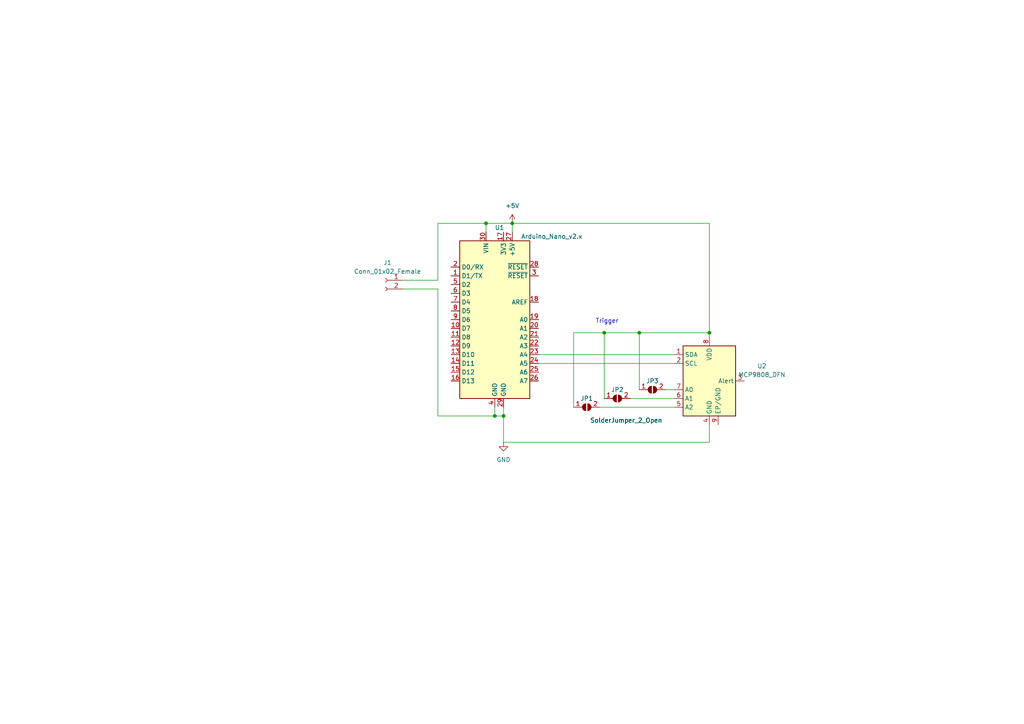
<source format=kicad_sch>
(kicad_sch (version 20211123) (generator eeschema)

  (uuid 3019c847-3ccf-490a-9dd6-694227c3fba5)

  (paper "A4")

  (lib_symbols
    (symbol "Connector:Conn_01x02_Female" (pin_names (offset 1.016) hide) (in_bom yes) (on_board yes)
      (property "Reference" "J" (id 0) (at 0 2.54 0)
        (effects (font (size 1.27 1.27)))
      )
      (property "Value" "Conn_01x02_Female" (id 1) (at 0 -5.08 0)
        (effects (font (size 1.27 1.27)))
      )
      (property "Footprint" "" (id 2) (at 0 0 0)
        (effects (font (size 1.27 1.27)) hide)
      )
      (property "Datasheet" "~" (id 3) (at 0 0 0)
        (effects (font (size 1.27 1.27)) hide)
      )
      (property "ki_keywords" "connector" (id 4) (at 0 0 0)
        (effects (font (size 1.27 1.27)) hide)
      )
      (property "ki_description" "Generic connector, single row, 01x02, script generated (kicad-library-utils/schlib/autogen/connector/)" (id 5) (at 0 0 0)
        (effects (font (size 1.27 1.27)) hide)
      )
      (property "ki_fp_filters" "Connector*:*_1x??_*" (id 6) (at 0 0 0)
        (effects (font (size 1.27 1.27)) hide)
      )
      (symbol "Conn_01x02_Female_1_1"
        (arc (start 0 -2.032) (mid -0.508 -2.54) (end 0 -3.048)
          (stroke (width 0.1524) (type default) (color 0 0 0 0))
          (fill (type none))
        )
        (polyline
          (pts
            (xy -1.27 -2.54)
            (xy -0.508 -2.54)
          )
          (stroke (width 0.1524) (type default) (color 0 0 0 0))
          (fill (type none))
        )
        (polyline
          (pts
            (xy -1.27 0)
            (xy -0.508 0)
          )
          (stroke (width 0.1524) (type default) (color 0 0 0 0))
          (fill (type none))
        )
        (arc (start 0 0.508) (mid -0.508 0) (end 0 -0.508)
          (stroke (width 0.1524) (type default) (color 0 0 0 0))
          (fill (type none))
        )
        (pin passive line (at -5.08 0 0) (length 3.81)
          (name "Pin_1" (effects (font (size 1.27 1.27))))
          (number "1" (effects (font (size 1.27 1.27))))
        )
        (pin passive line (at -5.08 -2.54 0) (length 3.81)
          (name "Pin_2" (effects (font (size 1.27 1.27))))
          (number "2" (effects (font (size 1.27 1.27))))
        )
      )
    )
    (symbol "Jumper:SolderJumper_2_Open" (pin_names (offset 0) hide) (in_bom yes) (on_board yes)
      (property "Reference" "JP" (id 0) (at 0 2.032 0)
        (effects (font (size 1.27 1.27)))
      )
      (property "Value" "SolderJumper_2_Open" (id 1) (at 0 -2.54 0)
        (effects (font (size 1.27 1.27)))
      )
      (property "Footprint" "" (id 2) (at 0 0 0)
        (effects (font (size 1.27 1.27)) hide)
      )
      (property "Datasheet" "~" (id 3) (at 0 0 0)
        (effects (font (size 1.27 1.27)) hide)
      )
      (property "ki_keywords" "solder jumper SPST" (id 4) (at 0 0 0)
        (effects (font (size 1.27 1.27)) hide)
      )
      (property "ki_description" "Solder Jumper, 2-pole, open" (id 5) (at 0 0 0)
        (effects (font (size 1.27 1.27)) hide)
      )
      (property "ki_fp_filters" "SolderJumper*Open*" (id 6) (at 0 0 0)
        (effects (font (size 1.27 1.27)) hide)
      )
      (symbol "SolderJumper_2_Open_0_1"
        (arc (start -0.254 1.016) (mid -1.27 0) (end -0.254 -1.016)
          (stroke (width 0) (type default) (color 0 0 0 0))
          (fill (type none))
        )
        (arc (start -0.254 1.016) (mid -1.27 0) (end -0.254 -1.016)
          (stroke (width 0) (type default) (color 0 0 0 0))
          (fill (type outline))
        )
        (polyline
          (pts
            (xy -0.254 1.016)
            (xy -0.254 -1.016)
          )
          (stroke (width 0) (type default) (color 0 0 0 0))
          (fill (type none))
        )
        (polyline
          (pts
            (xy 0.254 1.016)
            (xy 0.254 -1.016)
          )
          (stroke (width 0) (type default) (color 0 0 0 0))
          (fill (type none))
        )
        (arc (start 0.254 -1.016) (mid 1.27 0) (end 0.254 1.016)
          (stroke (width 0) (type default) (color 0 0 0 0))
          (fill (type none))
        )
        (arc (start 0.254 -1.016) (mid 1.27 0) (end 0.254 1.016)
          (stroke (width 0) (type default) (color 0 0 0 0))
          (fill (type outline))
        )
      )
      (symbol "SolderJumper_2_Open_1_1"
        (pin passive line (at -3.81 0 0) (length 2.54)
          (name "A" (effects (font (size 1.27 1.27))))
          (number "1" (effects (font (size 1.27 1.27))))
        )
        (pin passive line (at 3.81 0 180) (length 2.54)
          (name "B" (effects (font (size 1.27 1.27))))
          (number "2" (effects (font (size 1.27 1.27))))
        )
      )
    )
    (symbol "MCU_Module:Arduino_Nano_v2.x" (in_bom yes) (on_board yes)
      (property "Reference" "A" (id 0) (at -10.16 23.495 0)
        (effects (font (size 1.27 1.27)) (justify left bottom))
      )
      (property "Value" "Arduino_Nano_v2.x" (id 1) (at 5.08 -24.13 0)
        (effects (font (size 1.27 1.27)) (justify left top))
      )
      (property "Footprint" "Module:Arduino_Nano" (id 2) (at 0 0 0)
        (effects (font (size 1.27 1.27) italic) hide)
      )
      (property "Datasheet" "https://www.arduino.cc/en/uploads/Main/ArduinoNanoManual23.pdf" (id 3) (at 0 0 0)
        (effects (font (size 1.27 1.27)) hide)
      )
      (property "ki_keywords" "Arduino nano microcontroller module USB" (id 4) (at 0 0 0)
        (effects (font (size 1.27 1.27)) hide)
      )
      (property "ki_description" "Arduino Nano v2.x" (id 5) (at 0 0 0)
        (effects (font (size 1.27 1.27)) hide)
      )
      (property "ki_fp_filters" "Arduino*Nano*" (id 6) (at 0 0 0)
        (effects (font (size 1.27 1.27)) hide)
      )
      (symbol "Arduino_Nano_v2.x_0_1"
        (rectangle (start -10.16 22.86) (end 10.16 -22.86)
          (stroke (width 0.254) (type default) (color 0 0 0 0))
          (fill (type background))
        )
      )
      (symbol "Arduino_Nano_v2.x_1_1"
        (pin bidirectional line (at -12.7 12.7 0) (length 2.54)
          (name "D1/TX" (effects (font (size 1.27 1.27))))
          (number "1" (effects (font (size 1.27 1.27))))
        )
        (pin bidirectional line (at -12.7 -2.54 0) (length 2.54)
          (name "D7" (effects (font (size 1.27 1.27))))
          (number "10" (effects (font (size 1.27 1.27))))
        )
        (pin bidirectional line (at -12.7 -5.08 0) (length 2.54)
          (name "D8" (effects (font (size 1.27 1.27))))
          (number "11" (effects (font (size 1.27 1.27))))
        )
        (pin bidirectional line (at -12.7 -7.62 0) (length 2.54)
          (name "D9" (effects (font (size 1.27 1.27))))
          (number "12" (effects (font (size 1.27 1.27))))
        )
        (pin bidirectional line (at -12.7 -10.16 0) (length 2.54)
          (name "D10" (effects (font (size 1.27 1.27))))
          (number "13" (effects (font (size 1.27 1.27))))
        )
        (pin bidirectional line (at -12.7 -12.7 0) (length 2.54)
          (name "D11" (effects (font (size 1.27 1.27))))
          (number "14" (effects (font (size 1.27 1.27))))
        )
        (pin bidirectional line (at -12.7 -15.24 0) (length 2.54)
          (name "D12" (effects (font (size 1.27 1.27))))
          (number "15" (effects (font (size 1.27 1.27))))
        )
        (pin bidirectional line (at -12.7 -17.78 0) (length 2.54)
          (name "D13" (effects (font (size 1.27 1.27))))
          (number "16" (effects (font (size 1.27 1.27))))
        )
        (pin power_out line (at 2.54 25.4 270) (length 2.54)
          (name "3V3" (effects (font (size 1.27 1.27))))
          (number "17" (effects (font (size 1.27 1.27))))
        )
        (pin input line (at 12.7 5.08 180) (length 2.54)
          (name "AREF" (effects (font (size 1.27 1.27))))
          (number "18" (effects (font (size 1.27 1.27))))
        )
        (pin bidirectional line (at 12.7 0 180) (length 2.54)
          (name "A0" (effects (font (size 1.27 1.27))))
          (number "19" (effects (font (size 1.27 1.27))))
        )
        (pin bidirectional line (at -12.7 15.24 0) (length 2.54)
          (name "D0/RX" (effects (font (size 1.27 1.27))))
          (number "2" (effects (font (size 1.27 1.27))))
        )
        (pin bidirectional line (at 12.7 -2.54 180) (length 2.54)
          (name "A1" (effects (font (size 1.27 1.27))))
          (number "20" (effects (font (size 1.27 1.27))))
        )
        (pin bidirectional line (at 12.7 -5.08 180) (length 2.54)
          (name "A2" (effects (font (size 1.27 1.27))))
          (number "21" (effects (font (size 1.27 1.27))))
        )
        (pin bidirectional line (at 12.7 -7.62 180) (length 2.54)
          (name "A3" (effects (font (size 1.27 1.27))))
          (number "22" (effects (font (size 1.27 1.27))))
        )
        (pin bidirectional line (at 12.7 -10.16 180) (length 2.54)
          (name "A4" (effects (font (size 1.27 1.27))))
          (number "23" (effects (font (size 1.27 1.27))))
        )
        (pin bidirectional line (at 12.7 -12.7 180) (length 2.54)
          (name "A5" (effects (font (size 1.27 1.27))))
          (number "24" (effects (font (size 1.27 1.27))))
        )
        (pin bidirectional line (at 12.7 -15.24 180) (length 2.54)
          (name "A6" (effects (font (size 1.27 1.27))))
          (number "25" (effects (font (size 1.27 1.27))))
        )
        (pin bidirectional line (at 12.7 -17.78 180) (length 2.54)
          (name "A7" (effects (font (size 1.27 1.27))))
          (number "26" (effects (font (size 1.27 1.27))))
        )
        (pin power_out line (at 5.08 25.4 270) (length 2.54)
          (name "+5V" (effects (font (size 1.27 1.27))))
          (number "27" (effects (font (size 1.27 1.27))))
        )
        (pin input line (at 12.7 15.24 180) (length 2.54)
          (name "~{RESET}" (effects (font (size 1.27 1.27))))
          (number "28" (effects (font (size 1.27 1.27))))
        )
        (pin power_in line (at 2.54 -25.4 90) (length 2.54)
          (name "GND" (effects (font (size 1.27 1.27))))
          (number "29" (effects (font (size 1.27 1.27))))
        )
        (pin input line (at 12.7 12.7 180) (length 2.54)
          (name "~{RESET}" (effects (font (size 1.27 1.27))))
          (number "3" (effects (font (size 1.27 1.27))))
        )
        (pin power_in line (at -2.54 25.4 270) (length 2.54)
          (name "VIN" (effects (font (size 1.27 1.27))))
          (number "30" (effects (font (size 1.27 1.27))))
        )
        (pin power_in line (at 0 -25.4 90) (length 2.54)
          (name "GND" (effects (font (size 1.27 1.27))))
          (number "4" (effects (font (size 1.27 1.27))))
        )
        (pin bidirectional line (at -12.7 10.16 0) (length 2.54)
          (name "D2" (effects (font (size 1.27 1.27))))
          (number "5" (effects (font (size 1.27 1.27))))
        )
        (pin bidirectional line (at -12.7 7.62 0) (length 2.54)
          (name "D3" (effects (font (size 1.27 1.27))))
          (number "6" (effects (font (size 1.27 1.27))))
        )
        (pin bidirectional line (at -12.7 5.08 0) (length 2.54)
          (name "D4" (effects (font (size 1.27 1.27))))
          (number "7" (effects (font (size 1.27 1.27))))
        )
        (pin bidirectional line (at -12.7 2.54 0) (length 2.54)
          (name "D5" (effects (font (size 1.27 1.27))))
          (number "8" (effects (font (size 1.27 1.27))))
        )
        (pin bidirectional line (at -12.7 0 0) (length 2.54)
          (name "D6" (effects (font (size 1.27 1.27))))
          (number "9" (effects (font (size 1.27 1.27))))
        )
      )
    )
    (symbol "Sensor_Temperature:MCP9808_DFN" (in_bom yes) (on_board yes)
      (property "Reference" "U" (id 0) (at -6.35 11.43 0)
        (effects (font (size 1.27 1.27)))
      )
      (property "Value" "MCP9808_DFN" (id 1) (at 10.16 11.43 0)
        (effects (font (size 1.27 1.27)))
      )
      (property "Footprint" "Package_DFN_QFN:DFN-8-1EP_3x2mm_P0.5mm_EP1.7x1.4mm" (id 2) (at 0 0 0)
        (effects (font (size 1.27 1.27)) hide)
      )
      (property "Datasheet" "http://ww1.microchip.com/downloads/en/DeviceDoc/MCP9808-0.5C-Maximum-Accuracy-Digital-Temperature-Sensor-Data-Sheet-DS20005095B.pdf" (id 3) (at -6.35 11.43 0)
        (effects (font (size 1.27 1.27)) hide)
      )
      (property "ki_keywords" "temperature sensor I2C" (id 4) (at 0 0 0)
        (effects (font (size 1.27 1.27)) hide)
      )
      (property "ki_description" "+/-0.25C (+/-0.5C) Typical (Maximum), Digital Temperature Sensor, DFN-8" (id 5) (at 0 0 0)
        (effects (font (size 1.27 1.27)) hide)
      )
      (property "ki_fp_filters" "DFN*1EP*3x2mm*P0.5mm*" (id 6) (at 0 0 0)
        (effects (font (size 1.27 1.27)) hide)
      )
      (symbol "MCP9808_DFN_0_1"
        (rectangle (start -7.62 10.16) (end 7.62 -10.16)
          (stroke (width 0.254) (type default) (color 0 0 0 0))
          (fill (type background))
        )
      )
      (symbol "MCP9808_DFN_1_1"
        (pin bidirectional line (at -10.16 7.62 0) (length 2.54)
          (name "SDA" (effects (font (size 1.27 1.27))))
          (number "1" (effects (font (size 1.27 1.27))))
        )
        (pin input line (at -10.16 5.08 0) (length 2.54)
          (name "SCL" (effects (font (size 1.27 1.27))))
          (number "2" (effects (font (size 1.27 1.27))))
        )
        (pin output line (at 10.16 0 180) (length 2.54)
          (name "Alert" (effects (font (size 1.27 1.27))))
          (number "3" (effects (font (size 1.27 1.27))))
        )
        (pin power_in line (at 0 -12.7 90) (length 2.54)
          (name "GND" (effects (font (size 1.27 1.27))))
          (number "4" (effects (font (size 1.27 1.27))))
        )
        (pin input line (at -10.16 -7.62 0) (length 2.54)
          (name "A2" (effects (font (size 1.27 1.27))))
          (number "5" (effects (font (size 1.27 1.27))))
        )
        (pin input line (at -10.16 -5.08 0) (length 2.54)
          (name "A1" (effects (font (size 1.27 1.27))))
          (number "6" (effects (font (size 1.27 1.27))))
        )
        (pin input line (at -10.16 -2.54 0) (length 2.54)
          (name "A0" (effects (font (size 1.27 1.27))))
          (number "7" (effects (font (size 1.27 1.27))))
        )
        (pin power_in line (at 0 12.7 270) (length 2.54)
          (name "VDD" (effects (font (size 1.27 1.27))))
          (number "8" (effects (font (size 1.27 1.27))))
        )
        (pin power_in line (at 2.54 -12.7 90) (length 2.54)
          (name "EP/GND" (effects (font (size 1.27 1.27))))
          (number "9" (effects (font (size 1.27 1.27))))
        )
      )
    )
    (symbol "power:+5V" (power) (pin_names (offset 0)) (in_bom yes) (on_board yes)
      (property "Reference" "#PWR" (id 0) (at 0 -3.81 0)
        (effects (font (size 1.27 1.27)) hide)
      )
      (property "Value" "+5V" (id 1) (at 0 3.556 0)
        (effects (font (size 1.27 1.27)))
      )
      (property "Footprint" "" (id 2) (at 0 0 0)
        (effects (font (size 1.27 1.27)) hide)
      )
      (property "Datasheet" "" (id 3) (at 0 0 0)
        (effects (font (size 1.27 1.27)) hide)
      )
      (property "ki_keywords" "power-flag" (id 4) (at 0 0 0)
        (effects (font (size 1.27 1.27)) hide)
      )
      (property "ki_description" "Power symbol creates a global label with name \"+5V\"" (id 5) (at 0 0 0)
        (effects (font (size 1.27 1.27)) hide)
      )
      (symbol "+5V_0_1"
        (polyline
          (pts
            (xy -0.762 1.27)
            (xy 0 2.54)
          )
          (stroke (width 0) (type default) (color 0 0 0 0))
          (fill (type none))
        )
        (polyline
          (pts
            (xy 0 0)
            (xy 0 2.54)
          )
          (stroke (width 0) (type default) (color 0 0 0 0))
          (fill (type none))
        )
        (polyline
          (pts
            (xy 0 2.54)
            (xy 0.762 1.27)
          )
          (stroke (width 0) (type default) (color 0 0 0 0))
          (fill (type none))
        )
      )
      (symbol "+5V_1_1"
        (pin power_in line (at 0 0 90) (length 0) hide
          (name "+5V" (effects (font (size 1.27 1.27))))
          (number "1" (effects (font (size 1.27 1.27))))
        )
      )
    )
    (symbol "power:GND" (power) (pin_names (offset 0)) (in_bom yes) (on_board yes)
      (property "Reference" "#PWR" (id 0) (at 0 -6.35 0)
        (effects (font (size 1.27 1.27)) hide)
      )
      (property "Value" "GND" (id 1) (at 0 -3.81 0)
        (effects (font (size 1.27 1.27)))
      )
      (property "Footprint" "" (id 2) (at 0 0 0)
        (effects (font (size 1.27 1.27)) hide)
      )
      (property "Datasheet" "" (id 3) (at 0 0 0)
        (effects (font (size 1.27 1.27)) hide)
      )
      (property "ki_keywords" "power-flag" (id 4) (at 0 0 0)
        (effects (font (size 1.27 1.27)) hide)
      )
      (property "ki_description" "Power symbol creates a global label with name \"GND\" , ground" (id 5) (at 0 0 0)
        (effects (font (size 1.27 1.27)) hide)
      )
      (symbol "GND_0_1"
        (polyline
          (pts
            (xy 0 0)
            (xy 0 -1.27)
            (xy 1.27 -1.27)
            (xy 0 -2.54)
            (xy -1.27 -1.27)
            (xy 0 -1.27)
          )
          (stroke (width 0) (type default) (color 0 0 0 0))
          (fill (type none))
        )
      )
      (symbol "GND_1_1"
        (pin power_in line (at 0 0 270) (length 0) hide
          (name "GND" (effects (font (size 1.27 1.27))))
          (number "1" (effects (font (size 1.27 1.27))))
        )
      )
    )
  )

  (junction (at 146.05 120.65) (diameter 0) (color 0 0 0 0)
    (uuid 544c9ad7-a0b6-4f88-9dcd-908e3e2acf79)
  )
  (junction (at 185.42 96.52) (diameter 0) (color 0 0 0 0)
    (uuid 710f8ea9-6ea8-47d2-a735-801d6b6f2c1e)
  )
  (junction (at 205.74 96.52) (diameter 0) (color 0 0 0 0)
    (uuid 76db76de-12e8-4e99-ae11-5bd1eb7b8b1d)
  )
  (junction (at 140.97 64.77) (diameter 0) (color 0 0 0 0)
    (uuid 7d3a9372-4f99-452e-9767-51a31df66106)
  )
  (junction (at 143.51 120.65) (diameter 0) (color 0 0 0 0)
    (uuid 8aab4608-39e8-491a-83a8-7194f36094f1)
  )
  (junction (at 175.26 96.52) (diameter 0) (color 0 0 0 0)
    (uuid a59bd763-2144-4f0b-809d-d637e0dfcdc4)
  )
  (junction (at 148.59 64.77) (diameter 0) (color 0 0 0 0)
    (uuid e2349eb5-0f2d-4c2a-b154-1cfe1ab9cd91)
  )

  (wire (pts (xy 143.51 120.65) (xy 127 120.65))
    (stroke (width 0) (type default) (color 0 0 0 0))
    (uuid 00feb6b8-cc6e-4a61-b51e-26371c307bb7)
  )
  (wire (pts (xy 127 120.65) (xy 127 83.82))
    (stroke (width 0) (type default) (color 0 0 0 0))
    (uuid 02cc5012-9ed6-4cab-af5e-609dfc5e96bb)
  )
  (wire (pts (xy 166.37 96.52) (xy 175.26 96.52))
    (stroke (width 0) (type default) (color 0 0 0 0))
    (uuid 07077581-4613-4251-b8e2-eb818a969a8a)
  )
  (wire (pts (xy 156.21 102.87) (xy 195.58 102.87))
    (stroke (width 0) (type default) (color 0 0 0 0))
    (uuid 1e624c85-1e9d-4577-a218-3212aed0eda1)
  )
  (wire (pts (xy 146.05 118.11) (xy 146.05 120.65))
    (stroke (width 0) (type default) (color 0 0 0 0))
    (uuid 201a8082-80bc-49cb-a857-a9c917ee8418)
  )
  (wire (pts (xy 205.74 128.27) (xy 205.74 123.19))
    (stroke (width 0) (type default) (color 0 0 0 0))
    (uuid 3be2f64a-643b-4527-aaf5-307341a81097)
  )
  (wire (pts (xy 146.05 120.65) (xy 146.05 128.27))
    (stroke (width 0) (type default) (color 0 0 0 0))
    (uuid 5c9202d7-6a93-43b3-87c0-77347fd72885)
  )
  (wire (pts (xy 185.42 96.52) (xy 205.74 96.52))
    (stroke (width 0) (type default) (color 0 0 0 0))
    (uuid 71289227-281f-4c44-bb79-2b4ba669e71e)
  )
  (wire (pts (xy 175.26 96.52) (xy 185.42 96.52))
    (stroke (width 0) (type default) (color 0 0 0 0))
    (uuid 79ab6e16-661e-417e-b40d-0e1f11e6a610)
  )
  (wire (pts (xy 127 81.28) (xy 116.84 81.28))
    (stroke (width 0) (type default) (color 0 0 0 0))
    (uuid 82c0862b-b2b6-454b-9847-34bbc9fe705f)
  )
  (wire (pts (xy 148.59 67.31) (xy 148.59 64.77))
    (stroke (width 0) (type default) (color 0 0 0 0))
    (uuid 8328fdee-be6f-4244-bcf6-0a08fa3b4156)
  )
  (wire (pts (xy 185.42 96.52) (xy 185.42 113.03))
    (stroke (width 0) (type default) (color 0 0 0 0))
    (uuid 8580b24c-9645-4483-932a-b1ae05eda258)
  )
  (wire (pts (xy 205.74 96.52) (xy 205.74 97.79))
    (stroke (width 0) (type default) (color 0 0 0 0))
    (uuid 917af90a-cc50-46da-b231-04af48f69962)
  )
  (wire (pts (xy 182.88 115.57) (xy 195.58 115.57))
    (stroke (width 0) (type default) (color 0 0 0 0))
    (uuid 995d9280-8bd1-41fa-baa5-ed01a90e4087)
  )
  (wire (pts (xy 146.05 128.27) (xy 205.74 128.27))
    (stroke (width 0) (type default) (color 0 0 0 0))
    (uuid 9a68bf85-c16f-48ee-8e66-0d9ea8ea8b23)
  )
  (wire (pts (xy 205.74 64.77) (xy 205.74 96.52))
    (stroke (width 0) (type default) (color 0 0 0 0))
    (uuid 9f735f94-c12e-4d19-924f-16af0f881e41)
  )
  (wire (pts (xy 143.51 118.11) (xy 143.51 120.65))
    (stroke (width 0) (type default) (color 0 0 0 0))
    (uuid a08eae68-8956-4d26-be63-b13639cbd20d)
  )
  (wire (pts (xy 127 64.77) (xy 127 81.28))
    (stroke (width 0) (type default) (color 0 0 0 0))
    (uuid a583d9ea-1e5f-4cb4-b002-da1b08654949)
  )
  (wire (pts (xy 148.59 64.77) (xy 205.74 64.77))
    (stroke (width 0) (type default) (color 0 0 0 0))
    (uuid aa52a4ee-249d-4f84-a65a-9c1702b5bb75)
  )
  (wire (pts (xy 140.97 64.77) (xy 148.59 64.77))
    (stroke (width 0) (type default) (color 0 0 0 0))
    (uuid b3d78ca9-b568-4f88-a1bb-71c6dd3819fd)
  )
  (wire (pts (xy 193.04 113.03) (xy 195.58 113.03))
    (stroke (width 0) (type default) (color 0 0 0 0))
    (uuid b63626b4-1209-4bab-8cbe-43cc8eee7b91)
  )
  (wire (pts (xy 175.26 96.52) (xy 175.26 115.57))
    (stroke (width 0) (type default) (color 0 0 0 0))
    (uuid b718fcb1-8742-4b46-85e8-c35e05bc00ea)
  )
  (wire (pts (xy 127 83.82) (xy 116.84 83.82))
    (stroke (width 0) (type default) (color 0 0 0 0))
    (uuid bccfd778-4531-4b51-95bc-0683804a4a9d)
  )
  (wire (pts (xy 173.99 118.11) (xy 195.58 118.11))
    (stroke (width 0) (type default) (color 0 0 0 0))
    (uuid c47757f4-b8b2-49ba-9231-67723a751a02)
  )
  (wire (pts (xy 166.37 118.11) (xy 166.37 96.52))
    (stroke (width 0) (type default) (color 0 0 0 0))
    (uuid d7a44993-ce31-420b-82ba-7278835dcaa7)
  )
  (wire (pts (xy 143.51 120.65) (xy 146.05 120.65))
    (stroke (width 0) (type default) (color 0 0 0 0))
    (uuid e9597133-3d67-41f8-aabc-5b61d8d3c3c1)
  )
  (wire (pts (xy 140.97 67.31) (xy 140.97 64.77))
    (stroke (width 0) (type default) (color 0 0 0 0))
    (uuid ea6d3061-13c4-4746-914e-a9591b4c7d84)
  )
  (wire (pts (xy 156.21 105.41) (xy 195.58 105.41))
    (stroke (width 0) (type default) (color 0 0 0 0))
    (uuid fc70381a-63cd-4b0f-8fff-e19b4b679692)
  )
  (wire (pts (xy 140.97 64.77) (xy 127 64.77))
    (stroke (width 0) (type default) (color 0 0 0 0))
    (uuid fd5985b7-b4d3-44c3-8560-a22bb294dbad)
  )

  (text "Trigger" (at 172.72 93.98 0)
    (effects (font (size 1.27 1.27)) (justify left bottom))
    (uuid 871ecb02-928b-4a72-8d59-a5a7f9f35af6)
  )

  (symbol (lib_id "power:+5V") (at 148.59 64.77 0) (unit 1)
    (in_bom yes) (on_board yes) (fields_autoplaced)
    (uuid 01657d30-6f8e-4bbd-a3dd-6a0742c69aca)
    (property "Reference" "#PWR02" (id 0) (at 148.59 68.58 0)
      (effects (font (size 1.27 1.27)) hide)
    )
    (property "Value" "+5V" (id 1) (at 148.59 59.69 0))
    (property "Footprint" "" (id 2) (at 148.59 64.77 0)
      (effects (font (size 1.27 1.27)) hide)
    )
    (property "Datasheet" "" (id 3) (at 148.59 64.77 0)
      (effects (font (size 1.27 1.27)) hide)
    )
    (pin "1" (uuid a6386af6-d744-458e-b19d-8fd97b5ad9f9))
  )

  (symbol (lib_id "Jumper:SolderJumper_2_Open") (at 189.23 113.03 0) (unit 1)
    (in_bom yes) (on_board yes)
    (uuid 29e046e9-b42d-4f60-bbe8-11f62cdf4ab0)
    (property "Reference" "JP3" (id 0) (at 189.23 110.49 0))
    (property "Value" "SolderJumper_2_Open" (id 1) (at 181.61 121.92 0))
    (property "Footprint" "Jumper:SolderJumper-2_P1.3mm_Bridged2Bar_Pad1.0x1.5mm" (id 2) (at 189.23 113.03 0)
      (effects (font (size 1.27 1.27)) hide)
    )
    (property "Datasheet" "~" (id 3) (at 189.23 113.03 0)
      (effects (font (size 1.27 1.27)) hide)
    )
    (pin "1" (uuid ebd33565-3f76-4800-ba5b-9cd71ae437e7))
    (pin "2" (uuid 24987a52-7d1a-4ff5-bd6e-1bbc2a9cf3c1))
  )

  (symbol (lib_id "Connector:Conn_01x02_Female") (at 111.76 81.28 0) (mirror y) (unit 1)
    (in_bom yes) (on_board yes) (fields_autoplaced)
    (uuid 5c579301-bff6-451b-b47f-4ab2a3b968be)
    (property "Reference" "J1" (id 0) (at 112.395 76.2 0))
    (property "Value" "Conn_01x02_Female" (id 1) (at 112.395 78.74 0))
    (property "Footprint" "Connector_PinHeader_2.54mm:PinHeader_1x02_P2.54mm_Vertical" (id 2) (at 111.76 81.28 0)
      (effects (font (size 1.27 1.27)) hide)
    )
    (property "Datasheet" "~" (id 3) (at 111.76 81.28 0)
      (effects (font (size 1.27 1.27)) hide)
    )
    (pin "1" (uuid ada0013d-cfe2-4fa3-ae62-0cfc7e1da447))
    (pin "2" (uuid c8a3bad8-b631-46f3-ad1c-65cbb9e97856))
  )

  (symbol (lib_id "Sensor_Temperature:MCP9808_DFN") (at 205.74 110.49 0) (unit 1)
    (in_bom yes) (on_board yes) (fields_autoplaced)
    (uuid 9fa8af66-62ad-41ac-afee-78344131d7e2)
    (property "Reference" "U2" (id 0) (at 220.98 106.1593 0))
    (property "Value" "MCP9808_DFN" (id 1) (at 220.98 108.6993 0))
    (property "Footprint" "Package_DFN_QFN:DFN-8-1EP_3x2mm_P0.5mm_EP1.7x1.4mm" (id 2) (at 205.74 110.49 0)
      (effects (font (size 1.27 1.27)) hide)
    )
    (property "Datasheet" "http://ww1.microchip.com/downloads/en/DeviceDoc/MCP9808-0.5C-Maximum-Accuracy-Digital-Temperature-Sensor-Data-Sheet-DS20005095B.pdf" (id 3) (at 199.39 99.06 0)
      (effects (font (size 1.27 1.27)) hide)
    )
    (pin "1" (uuid 9aa4051b-5d8e-420b-bd92-028862775303))
    (pin "2" (uuid 8d6a069f-4023-40e5-b77a-c447eb7c2730))
    (pin "3" (uuid 6792a032-9256-487f-aa0b-8c689e242f4e))
    (pin "4" (uuid 2ca7d35c-f03b-45eb-bc5e-72292d02981d))
    (pin "5" (uuid 0816bee4-5935-4741-bd0f-c370f413b02b))
    (pin "6" (uuid e06f99ab-70c9-48e0-9786-de35bc5b9bdc))
    (pin "7" (uuid 060a9d78-785b-4e95-9f27-c70c9bd79368))
    (pin "8" (uuid 2b5ef57e-9829-4c8c-a772-0c450fa178e8))
    (pin "9" (uuid 260c26af-1e30-4624-94a4-7cbfebc53f93))
  )

  (symbol (lib_id "MCU_Module:Arduino_Nano_v2.x") (at 143.51 92.71 0) (unit 1)
    (in_bom yes) (on_board yes)
    (uuid c0c3e2b6-4759-48ec-95b1-882d85817a23)
    (property "Reference" "U1" (id 0) (at 143.51 66.04 0)
      (effects (font (size 1.27 1.27)) (justify left))
    )
    (property "Value" "Arduino_Nano_v2.x" (id 1) (at 151.13 68.58 0)
      (effects (font (size 1.27 1.27)) (justify left))
    )
    (property "Footprint" "Module:Arduino_Nano_WithMountingHoles" (id 2) (at 143.51 92.71 0)
      (effects (font (size 1.27 1.27) italic) hide)
    )
    (property "Datasheet" "https://www.arduino.cc/en/uploads/Main/ArduinoNanoManual23.pdf" (id 3) (at 143.51 92.71 0)
      (effects (font (size 1.27 1.27)) hide)
    )
    (pin "1" (uuid b71ea2fc-03b3-4a1a-950e-5a040f1be797))
    (pin "10" (uuid e419300a-5404-42ba-8c9b-e8cd5066ac8e))
    (pin "11" (uuid e9581bdc-0c32-481f-b3ec-f590264a37c8))
    (pin "12" (uuid 55870dc1-a751-4fb1-a7eb-fe844b64659b))
    (pin "13" (uuid eed5fd95-a7ce-441e-bbe1-d330431c5e6d))
    (pin "14" (uuid 3d8ae180-8beb-4868-96bd-080dbdab2951))
    (pin "15" (uuid 7a4a5c0e-c639-4f33-aa7f-cf5502abd572))
    (pin "16" (uuid 75f982a1-6ab8-4209-a4a8-58e41c3ce9c1))
    (pin "17" (uuid b5b863ac-a506-4b3e-baa9-6daff41ac83f))
    (pin "18" (uuid ad541cb2-f097-4769-b1c0-c1cca23ca9bd))
    (pin "19" (uuid 946b1da9-be3d-46a5-8490-1a85862f3b88))
    (pin "2" (uuid 7badec54-dd0c-405a-acf1-25eff9460213))
    (pin "20" (uuid ec1c193f-86ec-48fc-a26b-de8201d681ac))
    (pin "21" (uuid 077985bd-c8a6-43b8-af30-1141a8334306))
    (pin "22" (uuid 3c3e78d8-62d7-4020-ae7c-c489234b27d5))
    (pin "23" (uuid 9caefee8-6dcd-4815-b6e5-c75999fb9c90))
    (pin "24" (uuid 977371ef-232c-40b3-8805-7fed7909b206))
    (pin "25" (uuid e3877396-3ff6-4b1d-9715-0d1a70961579))
    (pin "26" (uuid f094eb5d-05c7-4c16-84d0-9d4665317bfb))
    (pin "27" (uuid 4ff71e44-dddb-450e-9f6f-fe3947968fd4))
    (pin "28" (uuid 138f5600-7fba-4219-9f21-9ce4066a1d82))
    (pin "29" (uuid b5691874-e380-4013-b466-13948504ae2f))
    (pin "3" (uuid 5b86cb50-e2ef-475e-93e3-77fea6b5a690))
    (pin "30" (uuid 7167e0fb-15b0-446d-969c-ecf63e50097d))
    (pin "4" (uuid c25b90aa-c787-46a1-8b80-e5b9fd45039a))
    (pin "5" (uuid 1cd08355-701e-4fba-886f-d48517dcccf5))
    (pin "6" (uuid 2f8dfa45-14b0-4de4-b3b0-e7b73da81a0a))
    (pin "7" (uuid 84282cc7-416d-48c2-ae9f-c0149b35065e))
    (pin "8" (uuid eb79b938-dc23-4503-beb0-3634b653c9e4))
    (pin "9" (uuid c2f8c49f-d49f-49e2-940a-a7b9765ffdf0))
  )

  (symbol (lib_id "Jumper:SolderJumper_2_Open") (at 170.18 118.11 0) (unit 1)
    (in_bom yes) (on_board yes)
    (uuid d3ad9dd1-bc1d-4e34-ad98-40a31e7a00a7)
    (property "Reference" "JP1" (id 0) (at 170.18 115.57 0))
    (property "Value" "SolderJumper_2_Open" (id 1) (at 181.61 121.92 0))
    (property "Footprint" "Jumper:SolderJumper-2_P1.3mm_Bridged2Bar_Pad1.0x1.5mm" (id 2) (at 170.18 118.11 0)
      (effects (font (size 1.27 1.27)) hide)
    )
    (property "Datasheet" "~" (id 3) (at 170.18 118.11 0)
      (effects (font (size 1.27 1.27)) hide)
    )
    (pin "1" (uuid da9cc1d9-f3db-4011-bcb4-0fe513f1e74d))
    (pin "2" (uuid 7f158c77-240c-4d2a-bdf4-0faef377e7b5))
  )

  (symbol (lib_id "Jumper:SolderJumper_2_Open") (at 179.07 115.57 0) (unit 1)
    (in_bom yes) (on_board yes)
    (uuid e836ee5c-b239-4183-b211-28ec8d64a95a)
    (property "Reference" "JP2" (id 0) (at 179.07 113.03 0))
    (property "Value" "SolderJumper_2_Open" (id 1) (at 181.61 121.92 0))
    (property "Footprint" "Jumper:SolderJumper-2_P1.3mm_Bridged2Bar_Pad1.0x1.5mm" (id 2) (at 179.07 115.57 0)
      (effects (font (size 1.27 1.27)) hide)
    )
    (property "Datasheet" "~" (id 3) (at 179.07 115.57 0)
      (effects (font (size 1.27 1.27)) hide)
    )
    (pin "1" (uuid dccbaa16-b364-445d-a6ea-dd9a758db64c))
    (pin "2" (uuid c850b260-1f42-48e1-88d2-c6a27a285f93))
  )

  (symbol (lib_id "power:GND") (at 146.05 128.27 0) (unit 1)
    (in_bom yes) (on_board yes) (fields_autoplaced)
    (uuid f4c296cd-7bdd-4b60-9028-ba2456db2135)
    (property "Reference" "#PWR01" (id 0) (at 146.05 134.62 0)
      (effects (font (size 1.27 1.27)) hide)
    )
    (property "Value" "GND" (id 1) (at 146.05 133.35 0))
    (property "Footprint" "" (id 2) (at 146.05 128.27 0)
      (effects (font (size 1.27 1.27)) hide)
    )
    (property "Datasheet" "" (id 3) (at 146.05 128.27 0)
      (effects (font (size 1.27 1.27)) hide)
    )
    (pin "1" (uuid d8a29fd7-0b89-410f-b975-b8c97fb9c5da))
  )

  (sheet_instances
    (path "/" (page "1"))
  )

  (symbol_instances
    (path "/f4c296cd-7bdd-4b60-9028-ba2456db2135"
      (reference "#PWR01") (unit 1) (value "GND") (footprint "")
    )
    (path "/01657d30-6f8e-4bbd-a3dd-6a0742c69aca"
      (reference "#PWR02") (unit 1) (value "+5V") (footprint "")
    )
    (path "/5c579301-bff6-451b-b47f-4ab2a3b968be"
      (reference "J1") (unit 1) (value "Conn_01x02_Female") (footprint "Connector_PinHeader_2.54mm:PinHeader_1x02_P2.54mm_Vertical")
    )
    (path "/d3ad9dd1-bc1d-4e34-ad98-40a31e7a00a7"
      (reference "JP1") (unit 1) (value "SolderJumper_2_Open") (footprint "Jumper:SolderJumper-2_P1.3mm_Bridged2Bar_Pad1.0x1.5mm")
    )
    (path "/e836ee5c-b239-4183-b211-28ec8d64a95a"
      (reference "JP2") (unit 1) (value "SolderJumper_2_Open") (footprint "Jumper:SolderJumper-2_P1.3mm_Bridged2Bar_Pad1.0x1.5mm")
    )
    (path "/29e046e9-b42d-4f60-bbe8-11f62cdf4ab0"
      (reference "JP3") (unit 1) (value "SolderJumper_2_Open") (footprint "Jumper:SolderJumper-2_P1.3mm_Bridged2Bar_Pad1.0x1.5mm")
    )
    (path "/c0c3e2b6-4759-48ec-95b1-882d85817a23"
      (reference "U1") (unit 1) (value "Arduino_Nano_v2.x") (footprint "Module:Arduino_Nano_WithMountingHoles")
    )
    (path "/9fa8af66-62ad-41ac-afee-78344131d7e2"
      (reference "U2") (unit 1) (value "MCP9808_DFN") (footprint "Package_DFN_QFN:DFN-8-1EP_3x2mm_P0.5mm_EP1.7x1.4mm")
    )
  )
)

</source>
